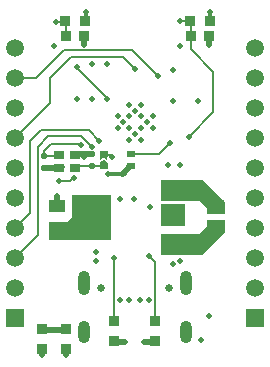
<source format=gbl>
G04*
G04 #@! TF.GenerationSoftware,Altium Limited,Altium Designer,23.4.1 (23)*
G04*
G04 Layer_Physical_Order=4*
G04 Layer_Color=16711680*
%FSLAX44Y44*%
%MOMM*%
G71*
G04*
G04 #@! TF.SameCoordinates,DEFA907D-C73D-477E-9BAD-7C3FCEA48035*
G04*
G04*
G04 #@! TF.FilePolarity,Positive*
G04*
G01*
G75*
%ADD10C,0.2000*%
G04:AMPARAMS|DCode=18|XSize=0.5mm|YSize=0.6mm|CornerRadius=0.0375mm|HoleSize=0mm|Usage=FLASHONLY|Rotation=270.000|XOffset=0mm|YOffset=0mm|HoleType=Round|Shape=RoundedRectangle|*
%AMROUNDEDRECTD18*
21,1,0.5000,0.5250,0,0,270.0*
21,1,0.4250,0.6000,0,0,270.0*
1,1,0.0750,-0.2625,-0.2125*
1,1,0.0750,-0.2625,0.2125*
1,1,0.0750,0.2625,0.2125*
1,1,0.0750,0.2625,-0.2125*
%
%ADD18ROUNDEDRECTD18*%
G04:AMPARAMS|DCode=20|XSize=0.5mm|YSize=0.5mm|CornerRadius=0.0625mm|HoleSize=0mm|Usage=FLASHONLY|Rotation=270.000|XOffset=0mm|YOffset=0mm|HoleType=Round|Shape=RoundedRectangle|*
%AMROUNDEDRECTD20*
21,1,0.5000,0.3750,0,0,270.0*
21,1,0.3750,0.5000,0,0,270.0*
1,1,0.1250,-0.1875,-0.1875*
1,1,0.1250,-0.1875,0.1875*
1,1,0.1250,0.1875,0.1875*
1,1,0.1250,0.1875,-0.1875*
%
%ADD20ROUNDEDRECTD20*%
G04:AMPARAMS|DCode=23|XSize=0.8mm|YSize=0.9mm|CornerRadius=0.06mm|HoleSize=0mm|Usage=FLASHONLY|Rotation=0.000|XOffset=0mm|YOffset=0mm|HoleType=Round|Shape=RoundedRectangle|*
%AMROUNDEDRECTD23*
21,1,0.8000,0.7800,0,0,0.0*
21,1,0.6800,0.9000,0,0,0.0*
1,1,0.1200,0.3400,-0.3900*
1,1,0.1200,-0.3400,-0.3900*
1,1,0.1200,-0.3400,0.3900*
1,1,0.1200,0.3400,0.3900*
%
%ADD23ROUNDEDRECTD23*%
G04:AMPARAMS|DCode=24|XSize=0.9mm|YSize=0.8mm|CornerRadius=0.06mm|HoleSize=0mm|Usage=FLASHONLY|Rotation=180.000|XOffset=0mm|YOffset=0mm|HoleType=Round|Shape=RoundedRectangle|*
%AMROUNDEDRECTD24*
21,1,0.9000,0.6800,0,0,180.0*
21,1,0.7800,0.8000,0,0,180.0*
1,1,0.1200,-0.3900,0.3400*
1,1,0.1200,0.3900,0.3400*
1,1,0.1200,0.3900,-0.3400*
1,1,0.1200,-0.3900,-0.3400*
%
%ADD24ROUNDEDRECTD24*%
%ADD49C,0.1764*%
%ADD50C,0.3000*%
%ADD51C,0.5000*%
%ADD52C,0.2032*%
%ADD53C,1.5000*%
%ADD54R,1.5000X1.5000*%
%ADD55O,1.0000X2.1000*%
%ADD56O,1.0000X1.9000*%
%ADD57C,0.6500*%
%ADD58C,0.5000*%
%ADD59R,0.9000X0.8000*%
G04:AMPARAMS|DCode=60|XSize=1.5mm|YSize=2mm|CornerRadius=0.1875mm|HoleSize=0mm|Usage=FLASHONLY|Rotation=270.000|XOffset=0mm|YOffset=0mm|HoleType=Round|Shape=RoundedRectangle|*
%AMROUNDEDRECTD60*
21,1,1.5000,1.6250,0,0,270.0*
21,1,1.1250,2.0000,0,0,270.0*
1,1,0.3750,-0.8125,-0.5625*
1,1,0.3750,-0.8125,0.5625*
1,1,0.3750,0.8125,0.5625*
1,1,0.3750,0.8125,-0.5625*
%
%ADD60ROUNDEDRECTD60*%
G04:AMPARAMS|DCode=61|XSize=3.8mm|YSize=2mm|CornerRadius=0.05mm|HoleSize=0mm|Usage=FLASHONLY|Rotation=270.000|XOffset=0mm|YOffset=0mm|HoleType=Round|Shape=RoundedRectangle|*
%AMROUNDEDRECTD61*
21,1,3.8000,1.9000,0,0,270.0*
21,1,3.7000,2.0000,0,0,270.0*
1,1,0.1000,-0.9500,-1.8500*
1,1,0.1000,-0.9500,1.8500*
1,1,0.1000,0.9500,1.8500*
1,1,0.1000,0.9500,-1.8500*
%
%ADD61ROUNDEDRECTD61*%
G04:AMPARAMS|DCode=62|XSize=0.95mm|YSize=1.4mm|CornerRadius=0.0712mm|HoleSize=0mm|Usage=FLASHONLY|Rotation=270.000|XOffset=0mm|YOffset=0mm|HoleType=Round|Shape=RoundedRectangle|*
%AMROUNDEDRECTD62*
21,1,0.9500,1.2575,0,0,270.0*
21,1,0.8075,1.4000,0,0,270.0*
1,1,0.1425,-0.6288,-0.4037*
1,1,0.1425,-0.6288,0.4037*
1,1,0.1425,0.6288,0.4037*
1,1,0.1425,0.6288,-0.4037*
%
%ADD62ROUNDEDRECTD62*%
G04:AMPARAMS|DCode=63|XSize=0.9mm|YSize=0.8mm|CornerRadius=0.06mm|HoleSize=0mm|Usage=FLASHONLY|Rotation=90.000|XOffset=0mm|YOffset=0mm|HoleType=Round|Shape=RoundedRectangle|*
%AMROUNDEDRECTD63*
21,1,0.9000,0.6800,0,0,90.0*
21,1,0.7800,0.8000,0,0,90.0*
1,1,0.1200,0.3400,0.3900*
1,1,0.1200,0.3400,-0.3900*
1,1,0.1200,-0.3400,-0.3900*
1,1,0.1200,-0.3400,0.3900*
%
%ADD63ROUNDEDRECTD63*%
%ADD64C,0.1816*%
G36*
X-20955Y104140D02*
X-73025D01*
Y119380D01*
X-57785D01*
X-53975Y123190D01*
Y142240D01*
X-20955Y142240D01*
Y104140D01*
D02*
G37*
G36*
X-23670Y171700D02*
X-26670Y173950D01*
X-29670Y171700D01*
X-29670Y175200D01*
Y176200D01*
X-23670D01*
X-23670Y171700D01*
D02*
G37*
G36*
X-23670Y169700D02*
Y167700D01*
X-29670D01*
Y169700D01*
X-26670Y171950D01*
X-23670Y169700D01*
D02*
G37*
G36*
X76200Y135890D02*
Y125730D01*
X60960D01*
Y130810D01*
X54610Y137160D01*
X21590D01*
Y154940D01*
X54610Y154940D01*
X57150D01*
X57150Y154940D01*
X76200Y135890D01*
D02*
G37*
G36*
X41910Y115570D02*
X21590D01*
Y134620D01*
X41910D01*
Y115570D01*
D02*
G37*
G36*
X76200Y110490D02*
X57150Y91440D01*
X57150Y91440D01*
X54610D01*
X21590Y91440D01*
Y109220D01*
X54610D01*
X60960Y115570D01*
Y120650D01*
X76200D01*
Y110490D01*
D02*
G37*
D10*
X-46532Y184150D02*
X-45720D01*
X-71120Y185420D02*
X-47802D01*
X-46532Y184150D01*
X-72390Y241300D02*
X-54610Y259080D01*
X-10160D02*
X0Y248920D01*
X-54610Y259080D02*
X-10160D01*
X-60509Y264611D02*
X-2991D01*
X-101600Y241300D02*
X-83820D01*
X-60509Y264611D01*
X-72390Y219710D02*
Y241300D01*
X-2991Y264611D02*
X19050Y242570D01*
X-101600Y190500D02*
X-72390Y219710D01*
X-101600Y114299D02*
X-88900Y126999D01*
Y187960D01*
X-80010Y196850D01*
X-39417D01*
X-30480Y187913D01*
X-73660Y191770D02*
X-45720D01*
X-36830Y182880D01*
X-82550Y107949D02*
Y182880D01*
X-73660Y191770D01*
X-63610Y175180D02*
X-62260Y176530D01*
X-77112Y175436D02*
Y179428D01*
X-71120Y185420D01*
X-77368Y175180D02*
X-77112Y175436D01*
X-101600Y88899D02*
X-82550Y107949D01*
X-49530Y249555D02*
Y250190D01*
Y249555D02*
X-24130Y224155D01*
Y223520D02*
Y224155D01*
X20320Y176530D02*
X29593Y185803D01*
Y185951D01*
X-77368Y175180D02*
X-63610D01*
X11430Y90170D02*
X16510Y85090D01*
Y35170D02*
Y85090D01*
X-17780Y35170D02*
Y88900D01*
X-3810Y176530D02*
X20320D01*
X-35560Y166450D02*
X-26670D01*
X-47340D02*
X-35560D01*
X-48260Y165530D02*
X-47340Y166450D01*
D18*
X-26670Y176450D02*
D03*
Y166450D02*
D03*
X-3810Y176530D02*
D03*
Y166530D02*
D03*
D20*
X-77470Y175100D02*
D03*
Y165100D02*
D03*
X-36830Y166450D02*
D03*
Y176450D02*
D03*
D23*
X62110Y276860D02*
D03*
X47110D02*
D03*
X-43300D02*
D03*
X-58300D02*
D03*
D24*
X46110Y289560D02*
D03*
X63110D02*
D03*
X-59300D02*
D03*
X-42300D02*
D03*
D49*
X45536Y191586D02*
X66040Y212090D01*
X46860Y265560D02*
X66040Y246380D01*
Y212090D02*
Y246380D01*
X-60570Y288290D02*
X-59300Y289560D01*
X-67310Y288290D02*
X-60570D01*
X-58550Y277110D02*
X-58300Y276860D01*
X-58550Y277110D02*
Y288810D01*
X-59300Y289560D02*
X-58550Y288810D01*
X38100Y289560D02*
X46110D01*
X46860Y265560D02*
Y288810D01*
X46110Y289560D02*
X46860Y288810D01*
D50*
X-22860Y160020D02*
X-11430D01*
X-42300Y289560D02*
X-42105Y289755D01*
Y296985D01*
X-41910Y297180D01*
X63110Y289560D02*
X63305Y289755D01*
Y296985D01*
X63500Y297180D01*
D51*
X-43180Y269361D02*
Y276740D01*
X-43300Y276860D02*
X-43180Y276740D01*
X62110Y276860D02*
X62230Y276740D01*
Y269240D02*
Y276740D01*
X-78740Y28830D02*
X-77777Y27867D01*
X-68653D01*
X-68580Y27940D01*
X-59406Y27834D02*
X-58420Y28820D01*
X-68474Y27834D02*
X-59406D01*
X-77470Y165180D02*
X-62610D01*
X-66040Y132800D02*
Y140970D01*
X-4310Y166530D02*
X-3810D01*
X-10820Y160020D02*
X-4310Y166530D01*
X-11430Y160020D02*
X-10820D01*
X16120Y17780D02*
X16510Y18170D01*
X7620Y17780D02*
X16120D01*
X-17780Y18170D02*
X-17390Y17780D01*
X-8890D01*
X-62610Y165180D02*
X-62260Y165530D01*
X-48180Y176450D02*
X-36830D01*
X-48260Y176530D02*
X-48180Y176450D01*
D52*
X-21195Y176135D02*
X-19900Y174840D01*
Y174639D02*
Y174840D01*
X-26670Y176450D02*
X-26355Y176135D01*
X-21195D01*
D53*
X-101600Y165099D02*
D03*
Y114299D02*
D03*
Y88899D02*
D03*
X-101600Y63500D02*
D03*
X-101600Y139699D02*
D03*
X-101600Y190500D02*
D03*
Y215900D02*
D03*
Y241300D02*
D03*
Y266700D02*
D03*
X101600Y215900D02*
D03*
Y190500D02*
D03*
X101600Y139699D02*
D03*
X101600Y63500D02*
D03*
X101600Y88899D02*
D03*
Y114299D02*
D03*
Y165099D02*
D03*
X101600Y241300D02*
D03*
Y266700D02*
D03*
D54*
X-101600Y38100D02*
D03*
X101600D02*
D03*
D55*
X-43251Y67986D02*
D03*
X43251D02*
D03*
D56*
X-43251Y25986D02*
D03*
X43251D02*
D03*
D57*
X-28899Y62987D02*
D03*
X28901D02*
D03*
D58*
X-5080Y198641D02*
D03*
X-10030Y203591D02*
D03*
X-14979Y208540D02*
D03*
Y198641D02*
D03*
X-130Y193691D02*
D03*
X-5080Y188741D02*
D03*
X4820D02*
D03*
X14719Y198641D02*
D03*
X9769Y203591D02*
D03*
X4820Y208540D02*
D03*
X-130Y213490D02*
D03*
X-5080Y218440D02*
D03*
Y208540D02*
D03*
X4820Y198641D02*
D03*
X14719Y208540D02*
D03*
X4820Y218440D02*
D03*
X48070Y105410D02*
D03*
Y95250D02*
D03*
X62230Y39370D02*
D03*
X55880Y19050D02*
D03*
X-68580Y27940D02*
D03*
X45536Y191586D02*
D03*
X31872Y247676D02*
D03*
X19050Y242570D02*
D03*
X-43180Y269361D02*
D03*
X0Y248920D02*
D03*
X-41910Y297180D02*
D03*
X-68580Y267970D02*
D03*
X-67310Y288290D02*
D03*
X38100Y267970D02*
D03*
X62230Y269240D02*
D03*
X63500Y297180D02*
D03*
X38100Y289560D02*
D03*
X-52070Y156210D02*
D03*
X-64770Y153670D02*
D03*
X-58420Y6350D02*
D03*
X-78740D02*
D03*
X-33020Y93980D02*
D03*
Y86360D02*
D03*
X38100D02*
D03*
X31750Y83820D02*
D03*
X-43267Y173832D02*
D03*
X-72390Y165100D02*
D03*
X-30480Y187913D02*
D03*
X-36830Y182880D02*
D03*
X-45720Y184150D02*
D03*
X-49530Y138430D02*
D03*
Y250190D02*
D03*
X-24130Y252730D02*
D03*
X-36830D02*
D03*
Y223520D02*
D03*
X-49610Y223600D02*
D03*
X29593Y185951D02*
D03*
X-24130Y223520D02*
D03*
X53340Y221930D02*
D03*
X31750D02*
D03*
X-19900Y174639D02*
D03*
X-22860Y160020D02*
D03*
X-66040Y140970D02*
D03*
X-12700Y138430D02*
D03*
X-1270D02*
D03*
X-11430Y160020D02*
D03*
X38100Y167640D02*
D03*
X27940D02*
D03*
X12700Y132080D02*
D03*
X25400D02*
D03*
X38100D02*
D03*
X48260Y151130D02*
D03*
Y140970D02*
D03*
X-49530Y107950D02*
D03*
Y118110D02*
D03*
Y128270D02*
D03*
X-5080Y53340D02*
D03*
X3810D02*
D03*
X-12700D02*
D03*
X11430D02*
D03*
X7620Y17780D02*
D03*
X-8890D02*
D03*
X-17780Y88900D02*
D03*
X11430Y90170D02*
D03*
D59*
X-64770Y165100D02*
D03*
X-50770Y165100D02*
D03*
X-64770Y176100D02*
D03*
X-50770D02*
D03*
D60*
X31520Y123190D02*
D03*
Y146190D02*
D03*
Y100190D02*
D03*
D61*
X-30480Y123190D02*
D03*
D62*
X68580Y113940D02*
D03*
Y132440D02*
D03*
X-66040Y114300D02*
D03*
Y132800D02*
D03*
D63*
X16510Y18170D02*
D03*
Y35170D02*
D03*
X-17780Y18170D02*
D03*
Y35170D02*
D03*
X-78740Y11820D02*
D03*
Y28820D02*
D03*
X-58420Y11820D02*
D03*
Y28820D02*
D03*
D64*
X-64770Y153670D02*
X-55472D01*
X-52931Y156210D01*
X-52070D01*
M02*

</source>
